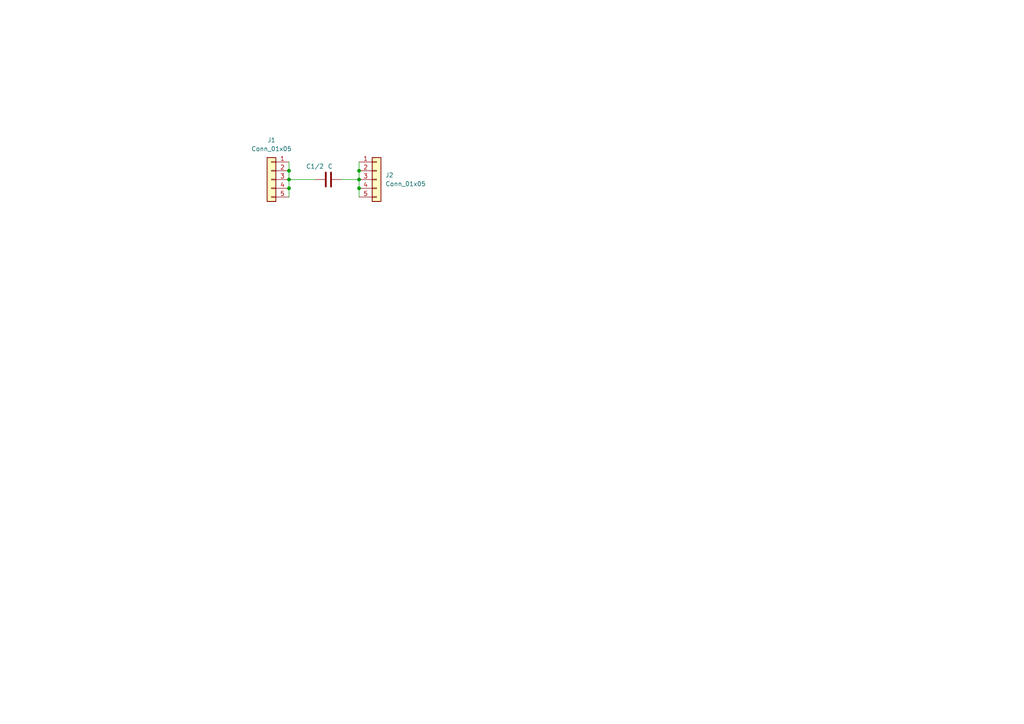
<source format=kicad_sch>
(kicad_sch (version 20211123) (generator eeschema)
  (paper "A4")
  (lib_symbols
    (symbol "Connector_Generic:Conn_01x05" (pin_names (offset 1.016) hide)
      (property "Reference" "J" (at 0 7.62 0))
      (property "Value" "Conn_01x05" (at 0 -7.62 0))
      (symbol "Conn_01x05_1_1"
        (rectangle (start -1.27 -4.953) (end 0 -5.207) (stroke (width 0.1524)))
        (rectangle (start -1.27 -2.413) (end 0 -2.667) (stroke (width 0.1524)))
        (rectangle (start -1.27 0.127) (end 0 -0.127) (stroke (width 0.1524)))
        (rectangle (start -1.27 2.667) (end 0 2.413) (stroke (width 0.1524)))
        (rectangle (start -1.27 5.207) (end 0 4.953) (stroke (width 0.1524)))
        (rectangle (start -1.27 6.35) (end 1.27 -6.35) (stroke (width 0.254)) (fill (type background)))
        (pin passive line (at -5.08 5.08 0) (length 3.81) (name "Pin_1") (number "1"))
        (pin passive line (at -5.08 2.54 0) (length 3.81) (name "Pin_2") (number "2"))
        (pin passive line (at -5.08 0 0) (length 3.81) (name "Pin_3") (number "3"))
        (pin passive line (at -5.08 -2.54 0) (length 3.81) (name "Pin_4") (number "4"))
        (pin passive line (at -5.08 -5.08 0) (length 3.81) (name "Pin_5") (number "5"))
      )
    )
    (symbol "Device:C" (pin_numbers hide) (pin_names (offset 0.254))
      (property "Reference" "C" (at 0.635 2.54 0))
      (property "Value" "C" (at 0.635 -2.54 0))
      (symbol "C_0_1"
        (polyline (pts (xy -2.032 -0.762) (xy 2.032 -0.762)) (stroke (width 0.508)))
        (polyline (pts (xy -2.032 0.762) (xy 2.032 0.762)) (stroke (width 0.508)))
      )
      (symbol "C_1_1"
        (pin passive line (at 0 3.81 270) (length 2.794) (name "~") (number "1"))
        (pin passive line (at 0 -3.81 90) (length 2.794) (name "~") (number "2"))
      )
    )
  )
  (junction (at 104.14 54.61))
  (junction (at 83.82 52.07))
  (junction (at 83.82 49.53))
  (junction (at 104.14 49.53))
  (junction (at 83.82 54.61))
  (junction (at 104.14 52.07))
  (wire (pts (xy 83.82 46.99) (xy 83.82 49.53)))
  (wire (pts (xy 83.82 52.07) (xy 83.82 54.61)))
  (wire (pts (xy 83.82 54.61) (xy 83.82 57.15)))
  (wire (pts (xy 104.14 54.61) (xy 104.14 57.15)))
  (wire (pts (xy 83.82 49.53) (xy 83.82 52.07)))
  (wire (pts (xy 104.14 46.99) (xy 104.14 49.53)))
  (wire (pts (xy 104.14 49.53) (xy 104.14 52.07)))
  (wire (pts (xy 83.82 52.07) (xy 91.44 52.07)))
  (wire (pts (xy 104.14 52.07) (xy 104.14 54.61)))
  (wire (pts (xy 99.06 52.07) (xy 104.14 52.07)))
  (symbol (lib_id "Connector_Generic:Conn_01x05") (at 109.22 52.07 0) (unit 1)
    (property "Reference" "J2" (at 111.76 50.7999 0) (effects (justify left)))
    (property "Value" "Conn_01x05" (at 111.76 53.3399 0) (effects (justify left)))
    (property "Footprint" "Connector_PinHeader_2.54mm:PinHeader_1x05_P2.54mm_Vertical" (effects hide))
  )
  (symbol (lib_id "Connector_Generic:Conn_01x05") (at 78.74 52.07 0) (mirror y) (unit 1)
    (property "Reference" "J1" (at 78.74 40.64 0))
    (property "Value" "Conn_01x05" (at 78.74 43.18 0))
    (property "Footprint" "Connector_PinHeader_2.54mm:PinHeader_1x05_P2.54mm_Vertical" (effects hide))
  )
  (symbol (lib_id "Device:C") (at 95.25 52.07 90) (unit 1)
    (property "Reference" "C1/2" (at 93.9799 48.26 90) (effects (justify left)))
    (property "Value" "C" (at 96.5199 48.26 90) (effects (justify left)))
    (property "Footprint" "Capacitor_SMD:C_2225_5664Metric_Pad1.80x6.60mm_HandSolder" (effects hide))
  )
)
</source>
